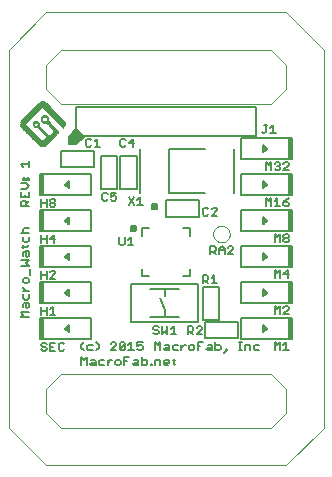
<source format=gto>
G75*
%MOIN*%
%OFA0B0*%
%FSLAX24Y24*%
%IPPOS*%
%LPD*%
%AMOC8*
5,1,8,0,0,1.08239X$1,22.5*
%
%ADD10C,0.0040*%
%ADD11C,0.0050*%
%ADD12R,0.0119X0.0006*%
%ADD13R,0.0156X0.0006*%
%ADD14R,0.0181X0.0006*%
%ADD15R,0.0194X0.0006*%
%ADD16R,0.0219X0.0006*%
%ADD17R,0.0231X0.0006*%
%ADD18R,0.0256X0.0006*%
%ADD19R,0.0269X0.0006*%
%ADD20R,0.0281X0.0006*%
%ADD21R,0.0294X0.0006*%
%ADD22R,0.0306X0.0006*%
%ADD23R,0.0319X0.0006*%
%ADD24R,0.0331X0.0006*%
%ADD25R,0.0344X0.0006*%
%ADD26R,0.0356X0.0006*%
%ADD27R,0.0369X0.0006*%
%ADD28R,0.0381X0.0006*%
%ADD29R,0.0394X0.0006*%
%ADD30R,0.0406X0.0006*%
%ADD31R,0.0419X0.0006*%
%ADD32R,0.0431X0.0006*%
%ADD33R,0.0444X0.0006*%
%ADD34R,0.0456X0.0006*%
%ADD35R,0.0469X0.0006*%
%ADD36R,0.0481X0.0006*%
%ADD37R,0.0494X0.0006*%
%ADD38R,0.0506X0.0006*%
%ADD39R,0.0519X0.0006*%
%ADD40R,0.0531X0.0006*%
%ADD41R,0.0544X0.0006*%
%ADD42R,0.0556X0.0006*%
%ADD43R,0.0569X0.0006*%
%ADD44R,0.0581X0.0006*%
%ADD45R,0.0262X0.0006*%
%ADD46R,0.0263X0.0006*%
%ADD47R,0.0262X0.0006*%
%ADD48R,0.0256X0.0006*%
%ADD49R,0.0257X0.0006*%
%ADD50R,0.0263X0.0006*%
%ADD51R,0.0144X0.0006*%
%ADD52R,0.0231X0.0006*%
%ADD53R,0.0144X0.0006*%
%ADD54R,0.0231X0.0006*%
%ADD55R,0.0232X0.0006*%
%ADD56R,0.0143X0.0006*%
%ADD57R,0.0225X0.0006*%
%ADD58R,0.0212X0.0006*%
%ADD59R,0.0200X0.0006*%
%ADD60R,0.0188X0.0006*%
%ADD61R,0.0175X0.0006*%
%ADD62R,0.0162X0.0006*%
%ADD63R,0.0163X0.0006*%
%ADD64R,0.0157X0.0006*%
%ADD65R,0.0156X0.0006*%
%ADD66R,0.0163X0.0006*%
%ADD67R,0.0162X0.0006*%
%ADD68R,0.0013X0.0006*%
%ADD69R,0.0025X0.0006*%
%ADD70R,0.0031X0.0006*%
%ADD71R,0.0250X0.0006*%
%ADD72R,0.0200X0.0006*%
%ADD73R,0.0044X0.0006*%
%ADD74R,0.0250X0.0006*%
%ADD75R,0.0207X0.0006*%
%ADD76R,0.0056X0.0006*%
%ADD77R,0.0062X0.0006*%
%ADD78R,0.0244X0.0006*%
%ADD79R,0.0219X0.0006*%
%ADD80R,0.0075X0.0006*%
%ADD81R,0.0243X0.0006*%
%ADD82R,0.0219X0.0006*%
%ADD83R,0.0088X0.0006*%
%ADD84R,0.0094X0.0006*%
%ADD85R,0.0238X0.0006*%
%ADD86R,0.0106X0.0006*%
%ADD87R,0.0238X0.0006*%
%ADD88R,0.0212X0.0006*%
%ADD89R,0.0112X0.0006*%
%ADD90R,0.0213X0.0006*%
%ADD91R,0.0081X0.0006*%
%ADD92R,0.0100X0.0006*%
%ADD93R,0.0131X0.0006*%
%ADD94R,0.0225X0.0006*%
%ADD95R,0.0069X0.0006*%
%ADD96R,0.0137X0.0006*%
%ADD97R,0.0069X0.0006*%
%ADD98R,0.0143X0.0006*%
%ADD99R,0.0069X0.0006*%
%ADD100R,0.0068X0.0006*%
%ADD101R,0.0206X0.0006*%
%ADD102R,0.0062X0.0006*%
%ADD103R,0.0069X0.0006*%
%ADD104R,0.0169X0.0006*%
%ADD105R,0.0056X0.0006*%
%ADD106R,0.0194X0.0006*%
%ADD107R,0.0056X0.0006*%
%ADD108R,0.0182X0.0006*%
%ADD109R,0.0188X0.0006*%
%ADD110R,0.0207X0.0006*%
%ADD111R,0.0213X0.0006*%
%ADD112R,0.0075X0.0006*%
%ADD113R,0.0093X0.0006*%
%ADD114R,0.0232X0.0006*%
%ADD115R,0.0268X0.0006*%
%ADD116R,0.0237X0.0006*%
%ADD117R,0.0269X0.0006*%
%ADD118R,0.0244X0.0006*%
%ADD119R,0.0181X0.0006*%
%ADD120R,0.0269X0.0006*%
%ADD121R,0.0243X0.0006*%
%ADD122R,0.0256X0.0006*%
%ADD123R,0.0144X0.0006*%
%ADD124R,0.0256X0.0006*%
%ADD125R,0.0112X0.0006*%
%ADD126R,0.0138X0.0006*%
%ADD127R,0.0088X0.0006*%
%ADD128R,0.0087X0.0006*%
%ADD129R,0.0268X0.0006*%
%ADD130R,0.0081X0.0006*%
%ADD131R,0.0100X0.0006*%
%ADD132R,0.0094X0.0006*%
%ADD133R,0.0275X0.0006*%
%ADD134R,0.0275X0.0006*%
%ADD135R,0.0081X0.0006*%
%ADD136R,0.0281X0.0006*%
%ADD137R,0.0063X0.0006*%
%ADD138R,0.0063X0.0006*%
%ADD139R,0.0282X0.0006*%
%ADD140R,0.0068X0.0006*%
%ADD141R,0.0082X0.0006*%
%ADD142R,0.0087X0.0006*%
%ADD143R,0.0107X0.0006*%
%ADD144R,0.0237X0.0006*%
%ADD145R,0.0187X0.0006*%
%ADD146R,0.0175X0.0006*%
%ADD147R,0.0150X0.0006*%
%ADD148R,0.0131X0.0006*%
%ADD149R,0.0050X0.0006*%
%ADD150R,0.0281X0.0006*%
%ADD151R,0.0563X0.0006*%
%ADD152R,0.0550X0.0006*%
%ADD153R,0.0537X0.0006*%
%ADD154R,0.0525X0.0006*%
%ADD155R,0.0513X0.0006*%
%ADD156R,0.0500X0.0006*%
%ADD157R,0.0487X0.0006*%
%ADD158R,0.0475X0.0006*%
%ADD159R,0.0463X0.0006*%
%ADD160R,0.0450X0.0006*%
%ADD161R,0.0437X0.0006*%
%ADD162R,0.0425X0.0006*%
%ADD163R,0.0113X0.0006*%
%ADD164C,0.0031*%
D10*
X001440Y000190D02*
X000190Y001440D01*
X000190Y014040D01*
X001440Y015290D01*
X009440Y015290D01*
X010690Y014040D01*
X010690Y001440D01*
X009440Y000190D01*
X001440Y000190D01*
X001940Y001440D02*
X001440Y001940D01*
X001440Y002740D01*
X001940Y003240D01*
X008940Y003240D01*
X009440Y002740D01*
X009440Y001940D01*
X008940Y001440D01*
X001940Y001440D01*
X001940Y012240D02*
X001440Y012740D01*
X001440Y013540D01*
X001940Y014040D01*
X008940Y014040D01*
X009440Y013540D01*
X009440Y012740D01*
X008940Y012240D01*
X001940Y012240D01*
D11*
X002448Y012132D02*
X002448Y011148D01*
X008432Y011148D01*
X008432Y012132D01*
X002448Y012132D01*
X002440Y011390D02*
X002190Y011140D01*
X002190Y010890D01*
X002440Y010890D01*
X002690Y011140D01*
X002440Y011390D01*
X002395Y011345D02*
X002485Y011345D01*
X002533Y011297D02*
X002347Y011297D01*
X002298Y011248D02*
X002582Y011248D01*
X002630Y011200D02*
X002250Y011200D01*
X002201Y011151D02*
X002679Y011151D01*
X002653Y011103D02*
X002190Y011103D01*
X002190Y011054D02*
X002604Y011054D01*
X002556Y011006D02*
X002190Y011006D01*
X002190Y010957D02*
X002507Y010957D01*
X002459Y010909D02*
X002190Y010909D01*
X001939Y010666D02*
X003041Y010666D01*
X003041Y010114D01*
X001939Y010114D01*
X001939Y010666D01*
X001333Y009875D02*
X001333Y009205D01*
X001254Y009205D01*
X001254Y009875D01*
X001333Y009875D01*
X002947Y009875D01*
X002947Y009205D01*
X001333Y009205D01*
X001333Y009875D01*
X001333Y009842D02*
X001254Y009842D01*
X001254Y009793D02*
X001333Y009793D01*
X001333Y009745D02*
X001254Y009745D01*
X001254Y009696D02*
X001333Y009696D01*
X001333Y009648D02*
X001254Y009648D01*
X001254Y009599D02*
X001333Y009599D01*
X001333Y009551D02*
X001254Y009551D01*
X001254Y009502D02*
X001333Y009502D01*
X001333Y009454D02*
X001254Y009454D01*
X001254Y009405D02*
X001333Y009405D01*
X001333Y009357D02*
X001254Y009357D01*
X001254Y009308D02*
X001333Y009308D01*
X001333Y009260D02*
X001254Y009260D01*
X001254Y009211D02*
X001333Y009211D01*
X001279Y009068D02*
X001279Y008798D01*
X001254Y008675D02*
X001254Y008005D01*
X001333Y008005D01*
X001333Y008675D01*
X001254Y008675D01*
X001254Y008629D02*
X001333Y008629D01*
X001333Y008675D02*
X002947Y008675D01*
X002947Y008005D01*
X001333Y008005D01*
X001333Y008675D01*
X001333Y008581D02*
X001254Y008581D01*
X001254Y008532D02*
X001333Y008532D01*
X001333Y008484D02*
X001254Y008484D01*
X001254Y008435D02*
X001333Y008435D01*
X001333Y008387D02*
X001254Y008387D01*
X001254Y008338D02*
X001333Y008338D01*
X001333Y008290D02*
X001254Y008290D01*
X001254Y008241D02*
X001333Y008241D01*
X001333Y008193D02*
X001254Y008193D01*
X001254Y008144D02*
X001333Y008144D01*
X001333Y008096D02*
X001254Y008096D01*
X001254Y008047D02*
X001333Y008047D01*
X001279Y007868D02*
X001279Y007598D01*
X001254Y007475D02*
X001254Y006805D01*
X001333Y006805D01*
X001333Y007475D01*
X001254Y007475D01*
X001254Y007465D02*
X001333Y007465D01*
X001333Y007475D02*
X002947Y007475D01*
X002947Y006805D01*
X001333Y006805D01*
X001333Y007475D01*
X001333Y007417D02*
X001254Y007417D01*
X001254Y007368D02*
X001333Y007368D01*
X001333Y007320D02*
X001254Y007320D01*
X001254Y007271D02*
X001333Y007271D01*
X001333Y007223D02*
X001254Y007223D01*
X001254Y007174D02*
X001333Y007174D01*
X001333Y007126D02*
X001254Y007126D01*
X001254Y007077D02*
X001333Y007077D01*
X001333Y007029D02*
X001254Y007029D01*
X001254Y006980D02*
X001333Y006980D01*
X001333Y006932D02*
X001254Y006932D01*
X001254Y006883D02*
X001333Y006883D01*
X001333Y006835D02*
X001254Y006835D01*
X001279Y006668D02*
X001279Y006398D01*
X001254Y006275D02*
X001254Y005605D01*
X001333Y005605D01*
X001333Y006275D01*
X001254Y006275D01*
X001254Y006253D02*
X001333Y006253D01*
X001333Y006275D02*
X002947Y006275D01*
X002947Y005605D01*
X001333Y005605D01*
X001333Y006275D01*
X001333Y006204D02*
X001254Y006204D01*
X001254Y006156D02*
X001333Y006156D01*
X001333Y006107D02*
X001254Y006107D01*
X001254Y006059D02*
X001333Y006059D01*
X001333Y006010D02*
X001254Y006010D01*
X001254Y005962D02*
X001333Y005962D01*
X001333Y005913D02*
X001254Y005913D01*
X001254Y005865D02*
X001333Y005865D01*
X001333Y005816D02*
X001254Y005816D01*
X001254Y005768D02*
X001333Y005768D01*
X001333Y005719D02*
X001254Y005719D01*
X001254Y005671D02*
X001333Y005671D01*
X001333Y005622D02*
X001254Y005622D01*
X001279Y005468D02*
X001279Y005198D01*
X001254Y005075D02*
X001254Y004405D01*
X001333Y004405D01*
X001333Y005075D01*
X001254Y005075D01*
X001254Y005040D02*
X001333Y005040D01*
X001333Y005075D02*
X002947Y005075D01*
X002947Y004405D01*
X001333Y004405D01*
X001333Y005075D01*
X001333Y004992D02*
X001254Y004992D01*
X001254Y004943D02*
X001333Y004943D01*
X001333Y004895D02*
X001254Y004895D01*
X001254Y004846D02*
X001333Y004846D01*
X001333Y004798D02*
X001254Y004798D01*
X001254Y004749D02*
X001333Y004749D01*
X001333Y004701D02*
X001254Y004701D01*
X001254Y004652D02*
X001333Y004652D01*
X001333Y004604D02*
X001254Y004604D01*
X001254Y004555D02*
X001333Y004555D01*
X001333Y004507D02*
X001254Y004507D01*
X001254Y004458D02*
X001333Y004458D01*
X001333Y004410D02*
X001254Y004410D01*
X001324Y004268D02*
X001279Y004223D01*
X001279Y004178D01*
X001324Y004133D01*
X001414Y004133D01*
X001459Y004088D01*
X001459Y004043D01*
X001414Y003998D01*
X001324Y003998D01*
X001279Y004043D01*
X001324Y004268D02*
X001414Y004268D01*
X001459Y004223D01*
X001574Y004268D02*
X001574Y003998D01*
X001754Y003998D01*
X001868Y004043D02*
X001914Y003998D01*
X002004Y003998D01*
X002049Y004043D01*
X002049Y004223D02*
X002004Y004268D01*
X001914Y004268D01*
X001868Y004223D01*
X001868Y004043D01*
X001754Y004268D02*
X001574Y004268D01*
X001574Y004133D02*
X001664Y004133D01*
X002169Y004652D02*
X002199Y004652D01*
X002199Y004622D02*
X002081Y004740D01*
X002199Y004858D01*
X002199Y004622D01*
X002199Y004701D02*
X002120Y004701D01*
X002090Y004749D02*
X002199Y004749D01*
X002199Y004798D02*
X002138Y004798D01*
X002187Y004846D02*
X002199Y004846D01*
X001754Y005198D02*
X001574Y005198D01*
X001664Y005198D02*
X001664Y005468D01*
X001574Y005378D01*
X001459Y005333D02*
X001279Y005333D01*
X001459Y005468D02*
X001459Y005198D01*
X000865Y005115D02*
X000595Y005115D01*
X000685Y005205D01*
X000595Y005295D01*
X000865Y005295D01*
X000820Y005410D02*
X000775Y005455D01*
X000775Y005590D01*
X000730Y005590D02*
X000865Y005590D01*
X000865Y005455D01*
X000820Y005410D01*
X000685Y005455D02*
X000685Y005545D01*
X000730Y005590D01*
X000730Y005704D02*
X000820Y005704D01*
X000865Y005749D01*
X000865Y005884D01*
X000865Y005999D02*
X000685Y005999D01*
X000775Y005999D02*
X000685Y006089D01*
X000685Y006134D01*
X000730Y006244D02*
X000820Y006244D01*
X000865Y006290D01*
X000865Y006380D01*
X000820Y006425D01*
X000730Y006425D01*
X000685Y006380D01*
X000685Y006290D01*
X000730Y006244D01*
X000910Y006539D02*
X000910Y006719D01*
X000865Y006834D02*
X000775Y006924D01*
X000865Y007014D01*
X000595Y007014D01*
X000595Y006834D02*
X000865Y006834D01*
X000820Y007128D02*
X000775Y007173D01*
X000775Y007309D01*
X000730Y007309D02*
X000865Y007309D01*
X000865Y007173D01*
X000820Y007128D01*
X000685Y007173D02*
X000685Y007264D01*
X000730Y007309D01*
X000685Y007423D02*
X000685Y007513D01*
X000640Y007468D02*
X000820Y007468D01*
X000865Y007513D01*
X000820Y007620D02*
X000730Y007620D01*
X000685Y007665D01*
X000685Y007800D01*
X000730Y007914D02*
X000685Y007959D01*
X000685Y008049D01*
X000730Y008094D01*
X000865Y008094D01*
X000865Y007914D02*
X000595Y007914D01*
X000865Y007800D02*
X000865Y007665D01*
X000820Y007620D01*
X001279Y007733D02*
X001459Y007733D01*
X001574Y007733D02*
X001754Y007733D01*
X001709Y007598D02*
X001709Y007868D01*
X001574Y007733D01*
X001459Y007868D02*
X001459Y007598D01*
X002081Y007140D02*
X002199Y007022D01*
X002199Y007258D01*
X002081Y007140D01*
X002095Y007126D02*
X002199Y007126D01*
X002199Y007174D02*
X002115Y007174D01*
X002163Y007223D02*
X002199Y007223D01*
X002199Y007077D02*
X002144Y007077D01*
X002192Y007029D02*
X002199Y007029D01*
X001754Y006623D02*
X001709Y006668D01*
X001619Y006668D01*
X001574Y006623D01*
X001459Y006668D02*
X001459Y006398D01*
X001574Y006398D02*
X001754Y006578D01*
X001754Y006623D01*
X001754Y006398D02*
X001574Y006398D01*
X001459Y006533D02*
X001279Y006533D01*
X000685Y005884D02*
X000685Y005749D01*
X000730Y005704D01*
X002081Y005940D02*
X002199Y005822D01*
X002199Y006058D01*
X002081Y005940D01*
X002102Y005962D02*
X002199Y005962D01*
X002199Y006010D02*
X002151Y006010D01*
X002108Y005913D02*
X002199Y005913D01*
X002199Y005865D02*
X002156Y005865D01*
X002705Y004285D02*
X002615Y004195D01*
X002615Y004105D01*
X002705Y004015D01*
X002811Y004060D02*
X002856Y004015D01*
X002992Y004015D01*
X003106Y004015D02*
X003196Y004105D01*
X003196Y004195D01*
X003106Y004285D01*
X002992Y004195D02*
X002856Y004195D01*
X002811Y004150D01*
X002811Y004060D01*
X002795Y003785D02*
X002795Y003515D01*
X002910Y003560D02*
X002955Y003605D01*
X003090Y003605D01*
X003090Y003650D02*
X003090Y003515D01*
X002955Y003515D01*
X002910Y003560D01*
X002955Y003695D02*
X003045Y003695D01*
X003090Y003650D01*
X003204Y003650D02*
X003204Y003560D01*
X003249Y003515D01*
X003384Y003515D01*
X003499Y003515D02*
X003499Y003695D01*
X003499Y003605D02*
X003589Y003695D01*
X003634Y003695D01*
X003744Y003650D02*
X003744Y003560D01*
X003790Y003515D01*
X003880Y003515D01*
X003925Y003560D01*
X003925Y003650D01*
X003880Y003695D01*
X003790Y003695D01*
X003744Y003650D01*
X003777Y004015D02*
X003597Y004015D01*
X003777Y004195D01*
X003777Y004240D01*
X003732Y004285D01*
X003642Y004285D01*
X003597Y004240D01*
X003892Y004240D02*
X003892Y004060D01*
X004072Y004240D01*
X004072Y004060D01*
X004027Y004015D01*
X003937Y004015D01*
X003892Y004060D01*
X003892Y004240D02*
X003937Y004285D01*
X004027Y004285D01*
X004072Y004240D01*
X004186Y004195D02*
X004277Y004285D01*
X004277Y004015D01*
X004367Y004015D02*
X004186Y004015D01*
X004219Y003785D02*
X004039Y003785D01*
X004039Y003515D01*
X004039Y003650D02*
X004129Y003650D01*
X004334Y003560D02*
X004379Y003605D01*
X004514Y003605D01*
X004514Y003650D02*
X004514Y003515D01*
X004379Y003515D01*
X004334Y003560D01*
X004379Y003695D02*
X004469Y003695D01*
X004514Y003650D01*
X004628Y003695D02*
X004764Y003695D01*
X004809Y003650D01*
X004809Y003560D01*
X004764Y003515D01*
X004628Y003515D01*
X004628Y003785D01*
X004616Y004015D02*
X004526Y004015D01*
X004481Y004060D01*
X004481Y004150D02*
X004571Y004195D01*
X004616Y004195D01*
X004661Y004150D01*
X004661Y004060D01*
X004616Y004015D01*
X004481Y004150D02*
X004481Y004285D01*
X004661Y004285D01*
X005070Y004285D02*
X005070Y004015D01*
X005251Y004015D02*
X005251Y004285D01*
X005161Y004195D01*
X005070Y004285D01*
X005058Y004552D02*
X005013Y004597D01*
X005058Y004552D02*
X005148Y004552D01*
X005193Y004597D01*
X005193Y004642D01*
X005148Y004688D01*
X005058Y004688D01*
X005013Y004733D01*
X005013Y004778D01*
X005058Y004823D01*
X005148Y004823D01*
X005193Y004778D01*
X005307Y004823D02*
X005307Y004552D01*
X005397Y004642D01*
X005487Y004552D01*
X005487Y004823D01*
X005602Y004733D02*
X005692Y004823D01*
X005692Y004552D01*
X005602Y004552D02*
X005782Y004552D01*
X005840Y004195D02*
X005705Y004195D01*
X005660Y004150D01*
X005660Y004060D01*
X005705Y004015D01*
X005840Y004015D01*
X005954Y004015D02*
X005954Y004195D01*
X005954Y004105D02*
X006044Y004195D01*
X006090Y004195D01*
X006200Y004150D02*
X006200Y004060D01*
X006245Y004015D01*
X006335Y004015D01*
X006380Y004060D01*
X006380Y004150D01*
X006335Y004195D01*
X006245Y004195D01*
X006200Y004150D01*
X006495Y004150D02*
X006585Y004150D01*
X006495Y004285D02*
X006675Y004285D01*
X006739Y004414D02*
X007841Y004414D01*
X007841Y004966D01*
X006739Y004966D01*
X006739Y004414D01*
X006639Y004548D02*
X006458Y004548D01*
X006639Y004728D01*
X006639Y004773D01*
X006594Y004818D01*
X006504Y004818D01*
X006458Y004773D01*
X006344Y004773D02*
X006344Y004683D01*
X006299Y004638D01*
X006164Y004638D01*
X006254Y004638D02*
X006344Y004548D01*
X006344Y004773D02*
X006299Y004818D01*
X006164Y004818D01*
X006164Y004548D01*
X006495Y004285D02*
X006495Y004015D01*
X006789Y004060D02*
X006834Y004015D01*
X006969Y004015D01*
X006969Y004150D01*
X006924Y004195D01*
X006834Y004195D01*
X006834Y004105D02*
X006969Y004105D01*
X007084Y004015D02*
X007219Y004015D01*
X007264Y004060D01*
X007264Y004150D01*
X007219Y004195D01*
X007084Y004195D01*
X007084Y004285D02*
X007084Y004015D01*
X007379Y003925D02*
X007469Y004015D01*
X007424Y004015D01*
X007424Y004060D01*
X007469Y004060D01*
X007469Y004015D01*
X007870Y004015D02*
X007960Y004015D01*
X007915Y004015D02*
X007915Y004285D01*
X007870Y004285D02*
X007960Y004285D01*
X007933Y004405D02*
X009547Y004405D01*
X009547Y005075D01*
X009626Y005075D01*
X009626Y004405D01*
X009547Y004405D01*
X009547Y005075D01*
X007933Y005075D01*
X007933Y004405D01*
X008066Y004195D02*
X008201Y004195D01*
X008246Y004150D01*
X008246Y004015D01*
X008361Y004060D02*
X008406Y004015D01*
X008541Y004015D01*
X008541Y004195D02*
X008406Y004195D01*
X008361Y004150D01*
X008361Y004060D01*
X008066Y004015D02*
X008066Y004195D01*
X008681Y004622D02*
X008681Y004858D01*
X008799Y004740D01*
X008681Y004622D01*
X008681Y004652D02*
X008711Y004652D01*
X008681Y004701D02*
X008760Y004701D01*
X008790Y004749D02*
X008681Y004749D01*
X008681Y004798D02*
X008742Y004798D01*
X008693Y004846D02*
X008681Y004846D01*
X009062Y005212D02*
X009062Y005482D01*
X009152Y005392D01*
X009242Y005482D01*
X009242Y005212D01*
X009356Y005212D02*
X009536Y005392D01*
X009536Y005437D01*
X009491Y005482D01*
X009401Y005482D01*
X009356Y005437D01*
X009356Y005212D02*
X009536Y005212D01*
X009547Y005040D02*
X009626Y005040D01*
X009626Y004992D02*
X009547Y004992D01*
X009547Y004943D02*
X009626Y004943D01*
X009626Y004895D02*
X009547Y004895D01*
X009547Y004846D02*
X009626Y004846D01*
X009626Y004798D02*
X009547Y004798D01*
X009547Y004749D02*
X009626Y004749D01*
X009626Y004701D02*
X009547Y004701D01*
X009547Y004652D02*
X009626Y004652D01*
X009626Y004604D02*
X009547Y004604D01*
X009547Y004555D02*
X009626Y004555D01*
X009626Y004507D02*
X009547Y004507D01*
X009547Y004458D02*
X009626Y004458D01*
X009626Y004410D02*
X009547Y004410D01*
X009446Y004282D02*
X009446Y004012D01*
X009356Y004012D02*
X009536Y004012D01*
X009356Y004192D02*
X009446Y004282D01*
X009242Y004282D02*
X009242Y004012D01*
X009062Y004012D02*
X009062Y004282D01*
X009152Y004192D01*
X009242Y004282D01*
X009547Y005605D02*
X009547Y006275D01*
X009626Y006275D01*
X009626Y005605D01*
X009547Y005605D01*
X007933Y005605D01*
X007933Y006275D01*
X009547Y006275D01*
X009547Y005605D01*
X009547Y005622D02*
X009626Y005622D01*
X009626Y005671D02*
X009547Y005671D01*
X009547Y005719D02*
X009626Y005719D01*
X009626Y005768D02*
X009547Y005768D01*
X009547Y005816D02*
X009626Y005816D01*
X009626Y005865D02*
X009547Y005865D01*
X009547Y005913D02*
X009626Y005913D01*
X009626Y005962D02*
X009547Y005962D01*
X009547Y006010D02*
X009626Y006010D01*
X009626Y006059D02*
X009547Y006059D01*
X009547Y006107D02*
X009626Y006107D01*
X009626Y006156D02*
X009547Y006156D01*
X009547Y006204D02*
X009626Y006204D01*
X009626Y006253D02*
X009547Y006253D01*
X009491Y006412D02*
X009491Y006682D01*
X009356Y006547D01*
X009536Y006547D01*
X009547Y006805D02*
X009547Y007475D01*
X009626Y007475D01*
X009626Y006805D01*
X009547Y006805D01*
X007933Y006805D01*
X007933Y007475D01*
X009547Y007475D01*
X009547Y006805D01*
X009547Y006835D02*
X009626Y006835D01*
X009626Y006883D02*
X009547Y006883D01*
X009547Y006932D02*
X009626Y006932D01*
X009626Y006980D02*
X009547Y006980D01*
X009547Y007029D02*
X009626Y007029D01*
X009626Y007077D02*
X009547Y007077D01*
X009547Y007126D02*
X009626Y007126D01*
X009626Y007174D02*
X009547Y007174D01*
X009547Y007223D02*
X009626Y007223D01*
X009626Y007271D02*
X009547Y007271D01*
X009547Y007320D02*
X009626Y007320D01*
X009626Y007368D02*
X009547Y007368D01*
X009547Y007417D02*
X009626Y007417D01*
X009626Y007465D02*
X009547Y007465D01*
X009491Y007612D02*
X009401Y007612D01*
X009356Y007657D01*
X009356Y007702D01*
X009401Y007747D01*
X009491Y007747D01*
X009536Y007702D01*
X009536Y007657D01*
X009491Y007612D01*
X009491Y007747D02*
X009536Y007792D01*
X009536Y007837D01*
X009491Y007882D01*
X009401Y007882D01*
X009356Y007837D01*
X009356Y007792D01*
X009401Y007747D01*
X009547Y008005D02*
X009547Y008675D01*
X009626Y008675D01*
X009626Y008005D01*
X009547Y008005D01*
X007933Y008005D01*
X007933Y008675D01*
X009547Y008675D01*
X009547Y008005D01*
X009547Y008047D02*
X009626Y008047D01*
X009626Y008096D02*
X009547Y008096D01*
X009547Y008144D02*
X009626Y008144D01*
X009626Y008193D02*
X009547Y008193D01*
X009547Y008241D02*
X009626Y008241D01*
X009626Y008290D02*
X009547Y008290D01*
X009547Y008338D02*
X009626Y008338D01*
X009626Y008387D02*
X009547Y008387D01*
X009547Y008435D02*
X009626Y008435D01*
X009626Y008484D02*
X009547Y008484D01*
X009547Y008532D02*
X009626Y008532D01*
X009626Y008581D02*
X009547Y008581D01*
X009547Y008629D02*
X009626Y008629D01*
X009491Y008812D02*
X009536Y008857D01*
X009536Y008902D01*
X009491Y008947D01*
X009356Y008947D01*
X009356Y008857D01*
X009401Y008812D01*
X009491Y008812D01*
X009356Y008947D02*
X009446Y009037D01*
X009536Y009082D01*
X009547Y009205D02*
X009547Y009875D01*
X009626Y009875D01*
X009626Y009205D01*
X009547Y009205D01*
X007933Y009205D01*
X007933Y009875D01*
X009547Y009875D01*
X009547Y009205D01*
X009547Y009211D02*
X009626Y009211D01*
X009626Y009260D02*
X009547Y009260D01*
X009547Y009308D02*
X009626Y009308D01*
X009626Y009357D02*
X009547Y009357D01*
X009547Y009405D02*
X009626Y009405D01*
X009626Y009454D02*
X009547Y009454D01*
X009547Y009502D02*
X009626Y009502D01*
X009626Y009551D02*
X009547Y009551D01*
X009547Y009599D02*
X009626Y009599D01*
X009626Y009648D02*
X009547Y009648D01*
X009547Y009696D02*
X009626Y009696D01*
X009626Y009745D02*
X009547Y009745D01*
X009547Y009793D02*
X009626Y009793D01*
X009626Y009842D02*
X009547Y009842D01*
X009536Y010012D02*
X009356Y010012D01*
X009536Y010192D01*
X009536Y010237D01*
X009491Y010282D01*
X009401Y010282D01*
X009356Y010237D01*
X009242Y010237D02*
X009242Y010192D01*
X009197Y010147D01*
X009242Y010102D01*
X009242Y010057D01*
X009197Y010012D01*
X009107Y010012D01*
X009062Y010057D01*
X008947Y010012D02*
X008947Y010282D01*
X008857Y010192D01*
X008767Y010282D01*
X008767Y010012D01*
X008681Y009658D02*
X008799Y009540D01*
X008681Y009422D01*
X008681Y009658D01*
X008681Y009648D02*
X008692Y009648D01*
X008681Y009599D02*
X008740Y009599D01*
X008789Y009551D02*
X008681Y009551D01*
X008681Y009502D02*
X008761Y009502D01*
X008713Y009454D02*
X008681Y009454D01*
X008767Y009082D02*
X008857Y008992D01*
X008947Y009082D01*
X008947Y008812D01*
X009062Y008812D02*
X009242Y008812D01*
X009152Y008812D02*
X009152Y009082D01*
X009062Y008992D01*
X008767Y009082D02*
X008767Y008812D01*
X008681Y008458D02*
X008799Y008340D01*
X008681Y008222D01*
X008681Y008458D01*
X008681Y008435D02*
X008704Y008435D01*
X008681Y008387D02*
X008753Y008387D01*
X008797Y008338D02*
X008681Y008338D01*
X008681Y008290D02*
X008749Y008290D01*
X008700Y008241D02*
X008681Y008241D01*
X009062Y007882D02*
X009062Y007612D01*
X009242Y007612D02*
X009242Y007882D01*
X009152Y007792D01*
X009062Y007882D01*
X008681Y007258D02*
X008799Y007140D01*
X008681Y007022D01*
X008681Y007258D01*
X008681Y007223D02*
X008717Y007223D01*
X008681Y007174D02*
X008765Y007174D01*
X008785Y007126D02*
X008681Y007126D01*
X008681Y007077D02*
X008736Y007077D01*
X008688Y007029D02*
X008681Y007029D01*
X009062Y006682D02*
X009062Y006412D01*
X009242Y006412D02*
X009242Y006682D01*
X009152Y006592D01*
X009062Y006682D01*
X008681Y006058D02*
X008799Y005940D01*
X008681Y005822D01*
X008681Y006058D01*
X008681Y006010D02*
X008729Y006010D01*
X008681Y005962D02*
X008778Y005962D01*
X008772Y005913D02*
X008681Y005913D01*
X008681Y005865D02*
X008724Y005865D01*
X007684Y007215D02*
X007504Y007215D01*
X007684Y007395D01*
X007684Y007440D01*
X007639Y007485D01*
X007549Y007485D01*
X007504Y007440D01*
X007390Y007395D02*
X007390Y007215D01*
X007390Y007350D02*
X007210Y007350D01*
X007210Y007395D02*
X007300Y007485D01*
X007390Y007395D01*
X007210Y007395D02*
X007210Y007215D01*
X007095Y007215D02*
X007005Y007305D01*
X007050Y007305D02*
X006915Y007305D01*
X006915Y007215D02*
X006915Y007485D01*
X007050Y007485D01*
X007095Y007440D01*
X007095Y007350D01*
X007050Y007305D01*
X007049Y006518D02*
X007049Y006248D01*
X007139Y006248D02*
X006958Y006248D01*
X006844Y006248D02*
X006754Y006338D01*
X006799Y006338D02*
X006664Y006338D01*
X006664Y006248D02*
X006664Y006518D01*
X006799Y006518D01*
X006844Y006473D01*
X006844Y006383D01*
X006799Y006338D01*
X006958Y006428D02*
X007049Y006518D01*
X007216Y006141D02*
X006664Y006141D01*
X006664Y005039D01*
X007216Y005039D01*
X007216Y006141D01*
X006492Y006220D02*
X006492Y004960D01*
X004288Y004960D01*
X004288Y006220D01*
X006492Y006220D01*
X006227Y006503D02*
X006227Y006739D01*
X006227Y006503D02*
X005991Y006503D01*
X005862Y006062D02*
X005390Y006062D01*
X005390Y005826D01*
X005233Y005747D02*
X005390Y005354D01*
X005390Y005118D01*
X005862Y005118D01*
X005390Y005118D02*
X004918Y005118D01*
X004918Y006062D02*
X005390Y006062D01*
X004889Y006503D02*
X004653Y006503D01*
X004653Y006739D01*
X004352Y007517D02*
X004172Y007517D01*
X004262Y007517D02*
X004262Y007788D01*
X004172Y007698D01*
X004058Y007788D02*
X004058Y007562D01*
X004013Y007517D01*
X003923Y007517D01*
X003878Y007562D01*
X003878Y007788D01*
X004272Y008027D02*
X004262Y008051D01*
X004259Y008076D01*
X004262Y008102D01*
X004272Y008126D01*
X004288Y008147D01*
X004309Y008162D01*
X004333Y008172D01*
X004359Y008176D01*
X004384Y008173D01*
X004407Y008163D01*
X004427Y008147D01*
X004443Y008127D01*
X004452Y008104D01*
X004456Y008079D01*
X004452Y008053D01*
X004442Y008029D01*
X004426Y008008D01*
X004406Y007992D01*
X004382Y007982D01*
X004356Y007979D01*
X004331Y007982D01*
X004307Y007992D01*
X004287Y008007D01*
X004272Y008027D01*
X004264Y008047D02*
X004450Y008047D01*
X004454Y008096D02*
X004261Y008096D01*
X004286Y008144D02*
X004430Y008144D01*
X004414Y007999D02*
X004299Y007999D01*
X004653Y008077D02*
X004653Y007841D01*
X004653Y008077D02*
X004889Y008077D01*
X005031Y008714D02*
X005007Y008723D01*
X004987Y008739D01*
X004972Y008759D01*
X004962Y008782D01*
X004959Y008807D01*
X004962Y008833D01*
X004972Y008857D01*
X004988Y008878D01*
X005009Y008894D01*
X005033Y008904D01*
X005059Y008907D01*
X005084Y008904D01*
X005107Y008894D01*
X005127Y008879D01*
X005143Y008859D01*
X005152Y008836D01*
X005156Y008810D01*
X005156Y008809D01*
X005152Y008783D01*
X005143Y008760D01*
X005127Y008739D01*
X005107Y008724D01*
X005083Y008714D01*
X005057Y008710D01*
X005056Y008710D01*
X005031Y008714D01*
X005004Y008726D02*
X005110Y008726D01*
X005149Y008775D02*
X004965Y008775D01*
X004961Y008823D02*
X005154Y008823D01*
X005133Y008872D02*
X004983Y008872D01*
X004665Y008846D02*
X004485Y008846D01*
X004575Y008846D02*
X004575Y009116D01*
X004485Y009026D01*
X004370Y009116D02*
X004190Y008846D01*
X004370Y008846D02*
X004190Y009116D01*
X003914Y009389D02*
X003914Y010491D01*
X004466Y010491D01*
X004466Y009389D01*
X003914Y009389D01*
X003816Y009389D02*
X003816Y010491D01*
X003264Y010491D01*
X003264Y009389D01*
X003816Y009389D01*
X003789Y009268D02*
X003608Y009268D01*
X003608Y009133D01*
X003699Y009178D01*
X003744Y009178D01*
X003789Y009133D01*
X003789Y009043D01*
X003744Y008998D01*
X003654Y008998D01*
X003608Y009043D01*
X003494Y009043D02*
X003449Y008998D01*
X003359Y008998D01*
X003314Y009043D01*
X003314Y009223D01*
X003359Y009268D01*
X003449Y009268D01*
X003494Y009223D01*
X004565Y009242D02*
X004565Y010738D01*
X004389Y010933D02*
X004208Y010933D01*
X004344Y011068D01*
X004344Y010798D01*
X004094Y010843D02*
X004049Y010798D01*
X003959Y010798D01*
X003914Y010843D01*
X003914Y011023D01*
X003959Y011068D01*
X004049Y011068D01*
X004094Y011023D01*
X003239Y010798D02*
X003058Y010798D01*
X003149Y010798D02*
X003149Y011068D01*
X003058Y010978D01*
X002944Y011023D02*
X002899Y011068D01*
X002809Y011068D01*
X002764Y011023D01*
X002764Y010843D01*
X002809Y010798D01*
X002899Y010798D01*
X002944Y010843D01*
X002199Y009658D02*
X002199Y009422D01*
X002081Y009540D01*
X002199Y009658D01*
X002199Y009648D02*
X002188Y009648D01*
X002199Y009599D02*
X002140Y009599D01*
X002091Y009551D02*
X002199Y009551D01*
X002199Y009502D02*
X002119Y009502D01*
X002167Y009454D02*
X002199Y009454D01*
X001754Y009023D02*
X001754Y008978D01*
X001709Y008933D01*
X001619Y008933D01*
X001574Y008978D01*
X001574Y009023D01*
X001619Y009068D01*
X001709Y009068D01*
X001754Y009023D01*
X001709Y008933D02*
X001754Y008888D01*
X001754Y008843D01*
X001709Y008798D01*
X001619Y008798D01*
X001574Y008843D01*
X001574Y008888D01*
X001619Y008933D01*
X001459Y008933D02*
X001279Y008933D01*
X001459Y009068D02*
X001459Y008798D01*
X000865Y008815D02*
X000595Y008815D01*
X000595Y008950D01*
X000640Y008995D01*
X000730Y008995D01*
X000775Y008950D01*
X000775Y008815D01*
X000775Y008905D02*
X000865Y008995D01*
X000865Y009110D02*
X000865Y009290D01*
X000775Y009404D02*
X000865Y009494D01*
X000775Y009584D01*
X000595Y009584D01*
X000685Y009699D02*
X000730Y009699D01*
X000730Y009744D01*
X000685Y009744D01*
X000685Y009699D01*
X000820Y009699D02*
X000865Y009699D01*
X000865Y009744D01*
X000820Y009744D01*
X000820Y009699D01*
X000775Y009404D02*
X000595Y009404D01*
X000595Y009290D02*
X000595Y009110D01*
X000865Y009110D01*
X000730Y009110D02*
X000730Y009200D01*
X000685Y010141D02*
X000595Y010231D01*
X000865Y010231D01*
X000865Y010141D02*
X000865Y010321D01*
X002127Y008387D02*
X002199Y008387D01*
X002199Y008435D02*
X002176Y008435D01*
X002199Y008458D02*
X002199Y008222D01*
X002081Y008340D01*
X002199Y008458D01*
X002199Y008338D02*
X002083Y008338D01*
X002131Y008290D02*
X002199Y008290D01*
X002199Y008241D02*
X002180Y008241D01*
X005439Y008464D02*
X006541Y008464D01*
X006541Y009016D01*
X005439Y009016D01*
X005439Y008464D01*
X005549Y009242D02*
X005549Y010738D01*
X006731Y010738D01*
X007715Y010738D02*
X007715Y009242D01*
X007139Y008723D02*
X007094Y008768D01*
X007004Y008768D01*
X006958Y008723D01*
X006844Y008723D02*
X006799Y008768D01*
X006709Y008768D01*
X006664Y008723D01*
X006664Y008543D01*
X006709Y008498D01*
X006799Y008498D01*
X006844Y008543D01*
X006958Y008498D02*
X007139Y008678D01*
X007139Y008723D01*
X007139Y008498D02*
X006958Y008498D01*
X006731Y009242D02*
X005549Y009242D01*
X005991Y008077D02*
X006227Y008077D01*
X006227Y007841D01*
X007933Y010405D02*
X009547Y010405D01*
X009547Y011075D01*
X009626Y011075D01*
X009626Y010405D01*
X009547Y010405D01*
X009547Y011075D01*
X007933Y011075D01*
X007933Y010405D01*
X008681Y010622D02*
X008681Y010858D01*
X008799Y010740D01*
X008681Y010622D01*
X008681Y010666D02*
X008725Y010666D01*
X008681Y010715D02*
X008774Y010715D01*
X008776Y010763D02*
X008681Y010763D01*
X008681Y010812D02*
X008728Y010812D01*
X008713Y011256D02*
X008668Y011256D01*
X008623Y011301D01*
X008713Y011256D02*
X008758Y011301D01*
X008758Y011526D01*
X008713Y011526D02*
X008803Y011526D01*
X008918Y011436D02*
X009008Y011526D01*
X009008Y011256D01*
X008918Y011256D02*
X009098Y011256D01*
X009547Y011054D02*
X009626Y011054D01*
X009626Y011006D02*
X009547Y011006D01*
X009547Y010957D02*
X009626Y010957D01*
X009626Y010909D02*
X009547Y010909D01*
X009547Y010860D02*
X009626Y010860D01*
X009626Y010812D02*
X009547Y010812D01*
X009547Y010763D02*
X009626Y010763D01*
X009626Y010715D02*
X009547Y010715D01*
X009547Y010666D02*
X009626Y010666D01*
X009626Y010618D02*
X009547Y010618D01*
X009547Y010569D02*
X009626Y010569D01*
X009626Y010521D02*
X009547Y010521D01*
X009547Y010472D02*
X009626Y010472D01*
X009626Y010424D02*
X009547Y010424D01*
X009242Y010237D02*
X009197Y010282D01*
X009107Y010282D01*
X009062Y010237D01*
X009152Y010147D02*
X009197Y010147D01*
X005500Y004195D02*
X005410Y004195D01*
X005410Y004105D02*
X005545Y004105D01*
X005545Y004150D02*
X005545Y004015D01*
X005410Y004015D01*
X005365Y004060D01*
X005410Y004105D01*
X005500Y004195D02*
X005545Y004150D01*
X005705Y003740D02*
X005705Y003560D01*
X005750Y003515D01*
X005750Y003695D02*
X005660Y003695D01*
X005545Y003650D02*
X005545Y003605D01*
X005365Y003605D01*
X005365Y003560D02*
X005365Y003650D01*
X005410Y003695D01*
X005500Y003695D01*
X005545Y003650D01*
X005500Y003515D02*
X005410Y003515D01*
X005365Y003560D01*
X005251Y003515D02*
X005251Y003650D01*
X005206Y003695D01*
X005070Y003695D01*
X005070Y003515D01*
X004968Y003515D02*
X004923Y003515D01*
X004923Y003560D01*
X004968Y003560D01*
X004968Y003515D01*
X003384Y003695D02*
X003249Y003695D01*
X003204Y003650D01*
X002795Y003785D02*
X002705Y003695D01*
X002615Y003785D01*
X002615Y003515D01*
X006789Y004060D02*
X006834Y004105D01*
D12*
X002008Y011465D03*
X001333Y010790D03*
D13*
X001334Y010796D03*
X001771Y011321D03*
X001709Y011384D03*
X001696Y011396D03*
X001634Y011459D03*
X001621Y011471D03*
X001596Y011496D03*
X001584Y011509D03*
X001571Y011521D03*
X001559Y011534D03*
X001546Y011546D03*
X001121Y011596D03*
D14*
X001333Y010803D03*
D15*
X001334Y010809D03*
X001121Y011571D03*
X000684Y011521D03*
X000684Y011509D03*
X001334Y012259D03*
D16*
X001333Y012253D03*
X001971Y011553D03*
X001333Y010815D03*
D17*
X001333Y010821D03*
X001333Y012246D03*
D18*
X000721Y011603D03*
X000759Y011403D03*
X000771Y011390D03*
X000784Y011378D03*
X000796Y011365D03*
X000809Y011353D03*
X000821Y011340D03*
X000834Y011328D03*
X000846Y011315D03*
X000859Y011303D03*
X000871Y011290D03*
X000884Y011278D03*
X000896Y011265D03*
X000909Y011253D03*
X000921Y011240D03*
X000934Y011228D03*
X000959Y011203D03*
X000971Y011190D03*
X000984Y011178D03*
X000996Y011165D03*
X001009Y011153D03*
X001034Y011128D03*
X001046Y011115D03*
X001059Y011103D03*
X001071Y011090D03*
X001084Y011078D03*
X001109Y011053D03*
X001121Y011040D03*
X001134Y011028D03*
X001146Y011015D03*
X001334Y010828D03*
X001509Y011003D03*
X001521Y011015D03*
X001534Y011028D03*
X001546Y011040D03*
X001559Y011053D03*
X001571Y011065D03*
X001584Y011078D03*
D19*
X001596Y011096D03*
X001333Y010834D03*
X000746Y011634D03*
D20*
X000771Y011665D03*
X000783Y011678D03*
X000796Y011690D03*
X000808Y011703D03*
X000821Y011715D03*
X000833Y011728D03*
X000846Y011740D03*
X000858Y011753D03*
X000871Y011765D03*
X000883Y011778D03*
X000896Y011790D03*
X000908Y011803D03*
X000921Y011815D03*
X000933Y011828D03*
X000946Y011840D03*
X000958Y011853D03*
X000971Y011865D03*
X000983Y011878D03*
X000996Y011890D03*
X001008Y011903D03*
X001021Y011915D03*
X001033Y011928D03*
X001046Y011940D03*
X001058Y011953D03*
X001071Y011965D03*
X001083Y011978D03*
X001096Y011990D03*
X001108Y012003D03*
X001121Y012015D03*
X001133Y012028D03*
X001146Y012040D03*
X001158Y012053D03*
X001183Y012078D03*
X001333Y012228D03*
X001596Y011103D03*
X001333Y010840D03*
D21*
X001334Y010846D03*
X001596Y011109D03*
X001334Y012221D03*
D22*
X001334Y012215D03*
X001596Y011115D03*
X001334Y010853D03*
D23*
X001333Y010859D03*
X001596Y011121D03*
X001333Y012209D03*
D24*
X001333Y012203D03*
X001596Y011128D03*
X001333Y010865D03*
D25*
X001334Y010871D03*
X001596Y011134D03*
X001334Y012196D03*
D26*
X001334Y012190D03*
X001596Y011140D03*
X001334Y010878D03*
D27*
X001333Y010884D03*
X001596Y011146D03*
X001333Y012184D03*
D28*
X001333Y012178D03*
X001596Y011153D03*
X001333Y010890D03*
D29*
X001334Y010896D03*
X001334Y012171D03*
D30*
X001334Y012165D03*
X001334Y010903D03*
D31*
X001333Y010909D03*
X001333Y012159D03*
D32*
X001333Y010915D03*
D33*
X001334Y010921D03*
D34*
X001334Y010928D03*
D35*
X001333Y010934D03*
D36*
X001333Y010940D03*
D37*
X001334Y010946D03*
D38*
X001334Y010953D03*
D39*
X001333Y010959D03*
D40*
X001333Y010965D03*
D41*
X001334Y010971D03*
D42*
X001334Y010978D03*
D43*
X001333Y010984D03*
D44*
X001333Y010990D03*
D45*
X001168Y010996D03*
X001093Y011071D03*
X001018Y011146D03*
X000737Y011621D03*
X001937Y011609D03*
D46*
X001499Y010996D03*
X001155Y011009D03*
X001030Y011134D03*
X000955Y011209D03*
X000724Y011609D03*
X001330Y012234D03*
D47*
X001593Y011090D03*
X001162Y011003D03*
D48*
X001140Y011021D03*
X001115Y011046D03*
X001065Y011096D03*
X001040Y011121D03*
X000990Y011171D03*
X000965Y011196D03*
X000940Y011221D03*
X000915Y011246D03*
X000890Y011271D03*
X000865Y011296D03*
X000840Y011321D03*
X000815Y011346D03*
X000790Y011371D03*
X000765Y011396D03*
X001515Y011009D03*
X001540Y011034D03*
X001565Y011059D03*
X001590Y011084D03*
D49*
X001578Y011071D03*
X001553Y011046D03*
X001528Y011021D03*
X001128Y011034D03*
X001103Y011059D03*
X001078Y011084D03*
X001053Y011109D03*
X001003Y011159D03*
X000978Y011184D03*
X000928Y011234D03*
X000903Y011259D03*
X000878Y011284D03*
X000853Y011309D03*
X000828Y011334D03*
X000803Y011359D03*
X000778Y011384D03*
X000753Y011409D03*
D50*
X000730Y011615D03*
X000949Y011215D03*
X001024Y011140D03*
X001099Y011065D03*
X001474Y011565D03*
X001930Y011615D03*
D51*
X001459Y011171D03*
X001471Y011159D03*
X001446Y011184D03*
X001434Y011196D03*
X001421Y011209D03*
X001409Y011221D03*
X001396Y011234D03*
X001384Y011246D03*
X001371Y011259D03*
X001359Y011271D03*
X001346Y011284D03*
X001334Y011296D03*
X001321Y011309D03*
X001309Y011321D03*
X001296Y011334D03*
X001284Y011346D03*
X001271Y011359D03*
X001259Y011371D03*
X001246Y011384D03*
X001234Y011396D03*
X001221Y011409D03*
X001334Y012271D03*
D52*
X000703Y011571D03*
X001678Y011159D03*
X001703Y011184D03*
X001728Y011209D03*
X001753Y011234D03*
X001778Y011259D03*
D53*
X001465Y011165D03*
X001440Y011190D03*
X001415Y011215D03*
X001390Y011240D03*
X001365Y011265D03*
X001340Y011290D03*
X001315Y011315D03*
X001290Y011340D03*
X001265Y011365D03*
X001240Y011390D03*
D54*
X001683Y011165D03*
X001696Y011178D03*
X001708Y011190D03*
X001721Y011203D03*
X001733Y011215D03*
X001746Y011228D03*
X001758Y011240D03*
X001771Y011253D03*
X001783Y011265D03*
X000708Y011465D03*
D55*
X001690Y011171D03*
X001715Y011196D03*
X001740Y011221D03*
X001765Y011246D03*
D56*
X001453Y011178D03*
X001428Y011203D03*
X001403Y011228D03*
X001378Y011253D03*
X001353Y011278D03*
X001328Y011303D03*
X001303Y011328D03*
X001278Y011353D03*
X001253Y011378D03*
X001228Y011403D03*
D57*
X000705Y011471D03*
X001786Y011271D03*
X001969Y011559D03*
D58*
X001787Y011278D03*
X001168Y011428D03*
X001143Y011453D03*
X000693Y011490D03*
X000693Y011553D03*
D59*
X000687Y011534D03*
X001787Y011284D03*
X001981Y011534D03*
D60*
X001787Y011290D03*
D61*
X001786Y011296D03*
X001994Y011509D03*
D62*
X001787Y011303D03*
X001737Y011353D03*
X001712Y011378D03*
X001687Y011403D03*
X001662Y011428D03*
X001612Y011478D03*
D63*
X001605Y011484D03*
X001655Y011434D03*
X001680Y011409D03*
X001730Y011359D03*
X001755Y011334D03*
X001780Y011309D03*
X001999Y011496D03*
D64*
X002003Y011490D03*
X001778Y011315D03*
X001703Y011390D03*
X001628Y011465D03*
X001578Y011515D03*
X001553Y011540D03*
D65*
X001565Y011528D03*
X001540Y011553D03*
X001590Y011503D03*
X001640Y011453D03*
X001765Y011328D03*
D66*
X001749Y011340D03*
X001724Y011365D03*
X001674Y011415D03*
X001649Y011440D03*
X001599Y011490D03*
D67*
X001643Y011446D03*
X001668Y011421D03*
X001718Y011371D03*
X001743Y011346D03*
D68*
X002024Y011396D03*
D69*
X002025Y011403D03*
D70*
X002021Y011409D03*
D71*
X001949Y011590D03*
X001331Y012240D03*
X000712Y011590D03*
X000737Y011428D03*
X000749Y011415D03*
D72*
X000687Y011503D03*
X000687Y011540D03*
X001187Y011415D03*
X001406Y011790D03*
D73*
X002021Y011415D03*
D74*
X001487Y011559D03*
X000743Y011421D03*
X000718Y011596D03*
D75*
X001178Y011421D03*
D76*
X002021Y011421D03*
D77*
X002018Y011428D03*
X001118Y011628D03*
X001043Y011540D03*
X001043Y011503D03*
D78*
X000734Y011434D03*
X000721Y011446D03*
X000709Y011584D03*
D79*
X000696Y011559D03*
X000696Y011484D03*
X001146Y011446D03*
X001158Y011434D03*
D80*
X001186Y011484D03*
X001194Y011546D03*
X001319Y011634D03*
X001311Y011734D03*
X001505Y011721D03*
X001511Y011671D03*
X002019Y011434D03*
D81*
X000728Y011440D03*
D82*
X001153Y011440D03*
D83*
X001187Y011478D03*
X001062Y011565D03*
X001487Y011753D03*
X002018Y011440D03*
D84*
X002015Y011446D03*
D85*
X000718Y011453D03*
D86*
X001340Y011615D03*
X002015Y011453D03*
D87*
X001962Y011571D03*
X000712Y011459D03*
D88*
X001137Y011459D03*
D89*
X001493Y011621D03*
X002012Y011459D03*
D90*
X001130Y011465D03*
D91*
X001058Y011471D03*
X001183Y011559D03*
D92*
X001181Y011471D03*
X001331Y011759D03*
X001406Y011821D03*
D93*
X001121Y011609D03*
X002008Y011471D03*
D94*
X001405Y011778D03*
X000700Y011565D03*
X000700Y011478D03*
D95*
X001053Y011478D03*
X001303Y011665D03*
X001303Y011715D03*
D96*
X002005Y011478D03*
D97*
X001303Y011659D03*
X001303Y011709D03*
X001303Y011721D03*
X001053Y011559D03*
X001053Y011484D03*
D98*
X002003Y011484D03*
D99*
X001508Y011665D03*
X001508Y011715D03*
X001308Y011653D03*
X001196Y011540D03*
X001196Y011528D03*
X001196Y011515D03*
X001196Y011503D03*
X001046Y011490D03*
X001046Y011553D03*
D100*
X001190Y011490D03*
X001515Y011678D03*
X001515Y011690D03*
D101*
X000690Y011546D03*
X000690Y011496D03*
D102*
X001043Y011496D03*
X001043Y011534D03*
D103*
X001046Y011546D03*
X001196Y011534D03*
X001196Y011521D03*
X001196Y011509D03*
X001196Y011496D03*
X001308Y011646D03*
X001508Y011659D03*
X001508Y011709D03*
D104*
X001121Y011590D03*
X001333Y012265D03*
X001996Y011503D03*
D105*
X001040Y011509D03*
X001040Y011521D03*
D106*
X001121Y011578D03*
X000684Y011528D03*
X000684Y011515D03*
X001984Y011528D03*
D107*
X001040Y011528D03*
X001040Y011515D03*
D108*
X001990Y011515D03*
D109*
X001987Y011521D03*
D110*
X001978Y011540D03*
D111*
X001974Y011546D03*
X001405Y011784D03*
D112*
X001305Y011728D03*
X001311Y011640D03*
X001505Y011653D03*
X001511Y011703D03*
X001505Y011728D03*
X001186Y011553D03*
D113*
X001178Y011565D03*
D114*
X001965Y011565D03*
D115*
X001465Y011571D03*
X001440Y011596D03*
D116*
X001405Y011765D03*
X000705Y011578D03*
D117*
X001433Y011603D03*
X001446Y011590D03*
X001458Y011578D03*
X001921Y011628D03*
D118*
X001959Y011578D03*
D119*
X001121Y011584D03*
D120*
X001428Y011609D03*
X001453Y011584D03*
X001928Y011621D03*
D121*
X001953Y011584D03*
D122*
X001946Y011596D03*
D123*
X001121Y011603D03*
D124*
X001940Y011603D03*
D125*
X001118Y011615D03*
D126*
X001487Y011615D03*
D127*
X001493Y011746D03*
X001318Y011746D03*
X001118Y011621D03*
D128*
X001330Y011621D03*
D129*
X001915Y011640D03*
X000740Y011628D03*
D130*
X001321Y011628D03*
X001496Y011640D03*
X001496Y011740D03*
D131*
X001493Y011628D03*
D132*
X001496Y011634D03*
D133*
X001711Y011846D03*
X001700Y011859D03*
X001686Y011871D03*
X001675Y011884D03*
X001661Y011896D03*
X001650Y011909D03*
X001636Y011921D03*
X001625Y011934D03*
X001611Y011946D03*
X001600Y011959D03*
X001586Y011971D03*
X001575Y011984D03*
X001561Y011996D03*
X001550Y012009D03*
X001536Y012021D03*
X001525Y012034D03*
X001511Y012046D03*
X001500Y012059D03*
X001486Y012071D03*
X001725Y011834D03*
X001736Y011821D03*
X001750Y011809D03*
X001761Y011796D03*
X001775Y011784D03*
X001786Y011771D03*
X001800Y011759D03*
X001811Y011746D03*
X001825Y011734D03*
X001836Y011721D03*
X001850Y011709D03*
X001861Y011696D03*
X001875Y011684D03*
X001886Y011671D03*
X001900Y011659D03*
X001911Y011646D03*
X001919Y011634D03*
X001175Y012071D03*
X001161Y012059D03*
X000769Y011659D03*
X000755Y011646D03*
D134*
X000750Y011640D03*
X000761Y011653D03*
X001169Y012065D03*
X001494Y012065D03*
X001505Y012053D03*
X001519Y012040D03*
X001530Y012028D03*
X001544Y012015D03*
X001555Y012003D03*
X001569Y011990D03*
X001580Y011978D03*
X001594Y011965D03*
X001605Y011953D03*
X001619Y011940D03*
X001630Y011928D03*
X001644Y011915D03*
X001655Y011903D03*
X001669Y011890D03*
X001680Y011878D03*
X001694Y011865D03*
X001705Y011853D03*
X001719Y011840D03*
X001730Y011828D03*
X001744Y011815D03*
X001755Y011803D03*
X001769Y011790D03*
X001780Y011778D03*
X001794Y011765D03*
X001805Y011753D03*
X001819Y011740D03*
X001830Y011728D03*
X001844Y011715D03*
X001855Y011703D03*
X001869Y011690D03*
X001880Y011678D03*
X001894Y011665D03*
X001905Y011653D03*
D135*
X001503Y011646D03*
X001503Y011734D03*
D136*
X001153Y012046D03*
X001128Y012021D03*
X001103Y011996D03*
X001078Y011971D03*
X001053Y011946D03*
X001028Y011921D03*
X001003Y011896D03*
X000978Y011871D03*
X000953Y011846D03*
X000928Y011821D03*
X000903Y011796D03*
X000878Y011771D03*
X000853Y011746D03*
X000828Y011721D03*
X000803Y011696D03*
X000778Y011671D03*
D137*
X001299Y011671D03*
X001299Y011684D03*
X001299Y011696D03*
X001330Y012284D03*
D138*
X001299Y011703D03*
X001299Y011690D03*
X001299Y011678D03*
D139*
X001040Y011934D03*
X001065Y011959D03*
X001090Y011984D03*
X001115Y012009D03*
X001140Y012034D03*
X001015Y011909D03*
X000990Y011884D03*
X000965Y011859D03*
X000940Y011834D03*
X000915Y011809D03*
X000890Y011784D03*
X000865Y011759D03*
X000840Y011734D03*
X000815Y011709D03*
X000790Y011684D03*
D140*
X001515Y011684D03*
X001515Y011696D03*
D141*
X001315Y011740D03*
D142*
X001324Y011753D03*
D143*
X001478Y011759D03*
D144*
X001405Y011771D03*
D145*
X001405Y011796D03*
D146*
X001405Y011803D03*
D147*
X001406Y011809D03*
D148*
X001408Y011815D03*
D149*
X001406Y011828D03*
D150*
X001478Y012078D03*
D151*
X001330Y012084D03*
D152*
X001331Y012090D03*
D153*
X001330Y012096D03*
D154*
X001330Y012103D03*
D155*
X001330Y012109D03*
D156*
X001331Y012115D03*
D157*
X001330Y012121D03*
D158*
X001330Y012128D03*
D159*
X001330Y012134D03*
D160*
X001331Y012140D03*
D161*
X001330Y012146D03*
D162*
X001330Y012153D03*
D163*
X001330Y012278D03*
D164*
X007014Y007890D02*
X007016Y007923D01*
X007022Y007955D01*
X007031Y007986D01*
X007044Y008016D01*
X007061Y008044D01*
X007081Y008070D01*
X007104Y008094D01*
X007129Y008114D01*
X007157Y008132D01*
X007186Y008146D01*
X007217Y008156D01*
X007249Y008163D01*
X007282Y008166D01*
X007315Y008165D01*
X007347Y008160D01*
X007378Y008151D01*
X007409Y008139D01*
X007437Y008123D01*
X007464Y008104D01*
X007488Y008082D01*
X007509Y008057D01*
X007528Y008030D01*
X007543Y008001D01*
X007554Y007971D01*
X007562Y007939D01*
X007566Y007906D01*
X007566Y007874D01*
X007562Y007841D01*
X007554Y007809D01*
X007543Y007779D01*
X007528Y007750D01*
X007509Y007723D01*
X007488Y007698D01*
X007464Y007676D01*
X007437Y007657D01*
X007409Y007641D01*
X007378Y007629D01*
X007347Y007620D01*
X007315Y007615D01*
X007282Y007614D01*
X007249Y007617D01*
X007217Y007624D01*
X007186Y007634D01*
X007157Y007648D01*
X007129Y007666D01*
X007104Y007686D01*
X007081Y007710D01*
X007061Y007736D01*
X007044Y007764D01*
X007031Y007794D01*
X007022Y007825D01*
X007016Y007857D01*
X007014Y007890D01*
M02*

</source>
